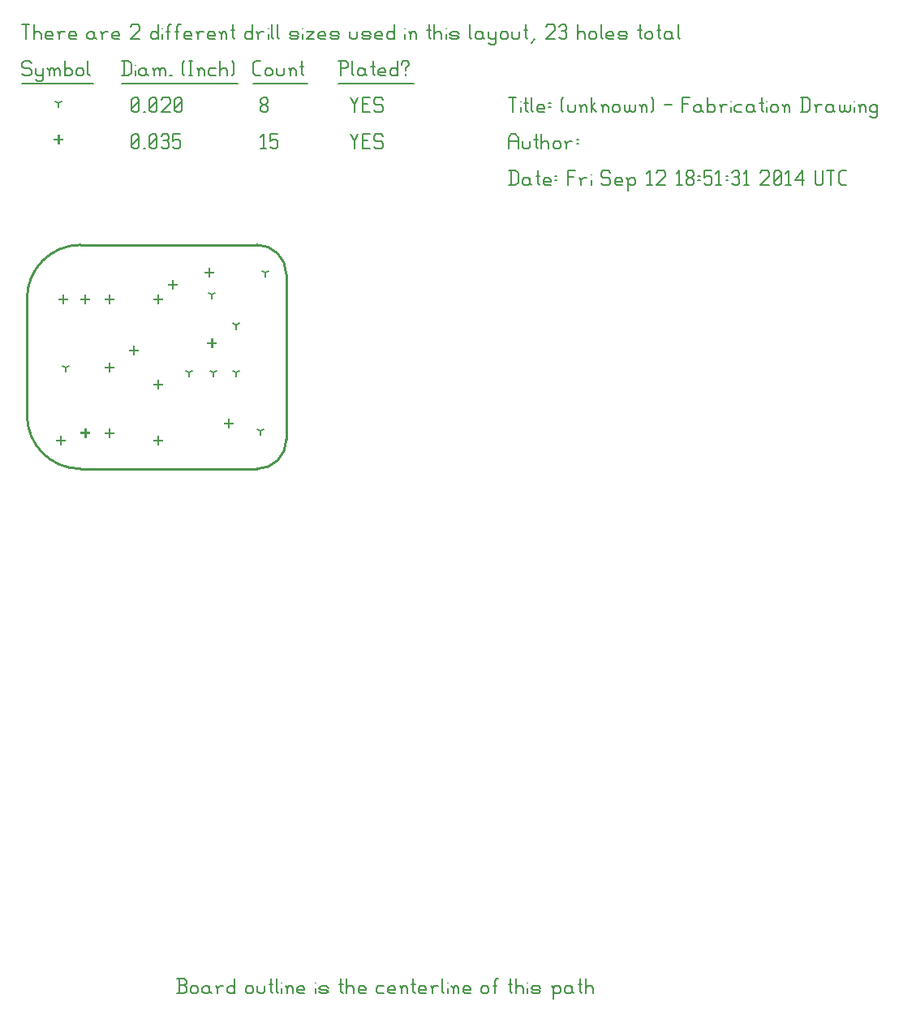
<source format=gbr>
G04 start of page 14 for group -3984 idx -3984 *
G04 Title: (unknown), fab *
G04 Creator: pcb 20110918 *
G04 CreationDate: Fri Sep 12 18:51:31 2014 UTC *
G04 For: fosse *
G04 Format: Gerber/RS-274X *
G04 PCB-Dimensions: 300000 300000 *
G04 PCB-Coordinate-Origin: lower left *
%MOIN*%
%FSLAX25Y25*%
%LNFAB*%
%ADD79C,0.0100*%
%ADD78C,0.0075*%
%ADD77C,0.0060*%
%ADD76R,0.0080X0.0080*%
G54D76*X25902Y277221D02*Y274021D01*
X24302Y275621D02*X27502D01*
X26000Y222319D02*Y219119D01*
X24400Y220719D02*X27600D01*
X16902Y277221D02*Y274021D01*
X15302Y275621D02*X18502D01*
X35902Y277221D02*Y274021D01*
X34302Y275621D02*X37502D01*
X55902Y277221D02*Y274021D01*
X54302Y275621D02*X57502D01*
X55902Y219221D02*Y216021D01*
X54302Y217621D02*X57502D01*
X35902Y222221D02*Y219021D01*
X34302Y220621D02*X37502D01*
X35902Y249221D02*Y246021D01*
X34302Y247621D02*X37502D01*
X45902Y256221D02*Y253021D01*
X44302Y254621D02*X47502D01*
X55902Y242221D02*Y239021D01*
X54302Y240621D02*X57502D01*
X61902Y283221D02*Y280021D01*
X60302Y281621D02*X63502D01*
X15902Y219221D02*Y216021D01*
X14302Y217621D02*X17502D01*
X84902Y226221D02*Y223021D01*
X83302Y224621D02*X86502D01*
X76902Y288221D02*Y285021D01*
X75302Y286621D02*X78502D01*
X78000Y259100D02*Y255900D01*
X76400Y257500D02*X79600D01*
X15000Y342850D02*Y339650D01*
X13400Y341250D02*X16600D01*
G54D77*X135000Y343500D02*X136500Y340500D01*
X138000Y343500D01*
X136500Y340500D02*Y337500D01*
X139800Y340800D02*X142050D01*
X139800Y337500D02*X142800D01*
X139800Y343500D02*Y337500D01*
Y343500D02*X142800D01*
X147600D02*X148350Y342750D01*
X145350Y343500D02*X147600D01*
X144600Y342750D02*X145350Y343500D01*
X144600Y342750D02*Y341250D01*
X145350Y340500D01*
X147600D01*
X148350Y339750D01*
Y338250D01*
X147600Y337500D02*X148350Y338250D01*
X145350Y337500D02*X147600D01*
X144600Y338250D02*X145350Y337500D01*
X98000Y342300D02*X99200Y343500D01*
Y337500D01*
X98000D02*X100250D01*
X102050Y343500D02*X105050D01*
X102050D02*Y340500D01*
X102800Y341250D01*
X104300D01*
X105050Y340500D01*
Y338250D01*
X104300Y337500D02*X105050Y338250D01*
X102800Y337500D02*X104300D01*
X102050Y338250D02*X102800Y337500D01*
X45000Y338250D02*X45750Y337500D01*
X45000Y342750D02*Y338250D01*
Y342750D02*X45750Y343500D01*
X47250D01*
X48000Y342750D01*
Y338250D01*
X47250Y337500D02*X48000Y338250D01*
X45750Y337500D02*X47250D01*
X45000Y339000D02*X48000Y342000D01*
X49800Y337500D02*X50550D01*
X52350Y338250D02*X53100Y337500D01*
X52350Y342750D02*Y338250D01*
Y342750D02*X53100Y343500D01*
X54600D01*
X55350Y342750D01*
Y338250D01*
X54600Y337500D02*X55350Y338250D01*
X53100Y337500D02*X54600D01*
X52350Y339000D02*X55350Y342000D01*
X57150Y342750D02*X57900Y343500D01*
X59400D01*
X60150Y342750D01*
X59400Y337500D02*X60150Y338250D01*
X57900Y337500D02*X59400D01*
X57150Y338250D02*X57900Y337500D01*
Y340800D02*X59400D01*
X60150Y342750D02*Y341550D01*
Y340050D02*Y338250D01*
Y340050D02*X59400Y340800D01*
X60150Y341550D02*X59400Y340800D01*
X61950Y343500D02*X64950D01*
X61950D02*Y340500D01*
X62700Y341250D01*
X64200D01*
X64950Y340500D01*
Y338250D01*
X64200Y337500D02*X64950Y338250D01*
X62700Y337500D02*X64200D01*
X61950Y338250D02*X62700Y337500D01*
X17902Y247621D02*Y246021D01*
Y247621D02*X19289Y248421D01*
X17902Y247621D02*X16515Y248421D01*
X77902Y277621D02*Y276021D01*
Y277621D02*X79289Y278421D01*
X77902Y277621D02*X76515Y278421D01*
X68500Y245500D02*Y243900D01*
Y245500D02*X69887Y246300D01*
X68500Y245500D02*X67113Y246300D01*
X98000Y221500D02*Y219900D01*
Y221500D02*X99387Y222300D01*
X98000Y221500D02*X96613Y222300D01*
X100000Y286500D02*Y284900D01*
Y286500D02*X101387Y287300D01*
X100000Y286500D02*X98613Y287300D01*
X88000Y245500D02*Y243900D01*
Y245500D02*X89387Y246300D01*
X88000Y245500D02*X86613Y246300D01*
X88000Y265000D02*Y263400D01*
Y265000D02*X89387Y265800D01*
X88000Y265000D02*X86613Y265800D01*
X78500Y245500D02*Y243900D01*
Y245500D02*X79887Y246300D01*
X78500Y245500D02*X77113Y246300D01*
X15000Y356250D02*Y354650D01*
Y356250D02*X16387Y357050D01*
X15000Y356250D02*X13613Y357050D01*
X135000Y358500D02*X136500Y355500D01*
X138000Y358500D01*
X136500Y355500D02*Y352500D01*
X139800Y355800D02*X142050D01*
X139800Y352500D02*X142800D01*
X139800Y358500D02*Y352500D01*
Y358500D02*X142800D01*
X147600D02*X148350Y357750D01*
X145350Y358500D02*X147600D01*
X144600Y357750D02*X145350Y358500D01*
X144600Y357750D02*Y356250D01*
X145350Y355500D01*
X147600D01*
X148350Y354750D01*
Y353250D01*
X147600Y352500D02*X148350Y353250D01*
X145350Y352500D02*X147600D01*
X144600Y353250D02*X145350Y352500D01*
X98000Y353250D02*X98750Y352500D01*
X98000Y354450D02*Y353250D01*
Y354450D02*X99050Y355500D01*
X99950D01*
X101000Y354450D01*
Y353250D01*
X100250Y352500D02*X101000Y353250D01*
X98750Y352500D02*X100250D01*
X98000Y356550D02*X99050Y355500D01*
X98000Y357750D02*Y356550D01*
Y357750D02*X98750Y358500D01*
X100250D01*
X101000Y357750D01*
Y356550D01*
X99950Y355500D02*X101000Y356550D01*
X45000Y353250D02*X45750Y352500D01*
X45000Y357750D02*Y353250D01*
Y357750D02*X45750Y358500D01*
X47250D01*
X48000Y357750D01*
Y353250D01*
X47250Y352500D02*X48000Y353250D01*
X45750Y352500D02*X47250D01*
X45000Y354000D02*X48000Y357000D01*
X49800Y352500D02*X50550D01*
X52350Y353250D02*X53100Y352500D01*
X52350Y357750D02*Y353250D01*
Y357750D02*X53100Y358500D01*
X54600D01*
X55350Y357750D01*
Y353250D01*
X54600Y352500D02*X55350Y353250D01*
X53100Y352500D02*X54600D01*
X52350Y354000D02*X55350Y357000D01*
X57150Y357750D02*X57900Y358500D01*
X60150D01*
X60900Y357750D01*
Y356250D01*
X57150Y352500D02*X60900Y356250D01*
X57150Y352500D02*X60900D01*
X62700Y353250D02*X63450Y352500D01*
X62700Y357750D02*Y353250D01*
Y357750D02*X63450Y358500D01*
X64950D01*
X65700Y357750D01*
Y353250D01*
X64950Y352500D02*X65700Y353250D01*
X63450Y352500D02*X64950D01*
X62700Y354000D02*X65700Y357000D01*
X3000Y373500D02*X3750Y372750D01*
X750Y373500D02*X3000D01*
X0Y372750D02*X750Y373500D01*
X0Y372750D02*Y371250D01*
X750Y370500D01*
X3000D01*
X3750Y369750D01*
Y368250D01*
X3000Y367500D02*X3750Y368250D01*
X750Y367500D02*X3000D01*
X0Y368250D02*X750Y367500D01*
X5550Y370500D02*Y368250D01*
X6300Y367500D01*
X8550Y370500D02*Y366000D01*
X7800Y365250D02*X8550Y366000D01*
X6300Y365250D02*X7800D01*
X5550Y366000D02*X6300Y365250D01*
Y367500D02*X7800D01*
X8550Y368250D01*
X11100Y369750D02*Y367500D01*
Y369750D02*X11850Y370500D01*
X12600D01*
X13350Y369750D01*
Y367500D01*
Y369750D02*X14100Y370500D01*
X14850D01*
X15600Y369750D01*
Y367500D01*
X10350Y370500D02*X11100Y369750D01*
X17400Y373500D02*Y367500D01*
Y368250D02*X18150Y367500D01*
X19650D01*
X20400Y368250D01*
Y369750D02*Y368250D01*
X19650Y370500D02*X20400Y369750D01*
X18150Y370500D02*X19650D01*
X17400Y369750D02*X18150Y370500D01*
X22200Y369750D02*Y368250D01*
Y369750D02*X22950Y370500D01*
X24450D01*
X25200Y369750D01*
Y368250D01*
X24450Y367500D02*X25200Y368250D01*
X22950Y367500D02*X24450D01*
X22200Y368250D02*X22950Y367500D01*
X27000Y373500D02*Y368250D01*
X27750Y367500D01*
X0Y364250D02*X29250D01*
X41750Y373500D02*Y367500D01*
X43700Y373500D02*X44750Y372450D01*
Y368550D01*
X43700Y367500D02*X44750Y368550D01*
X41000Y367500D02*X43700D01*
X41000Y373500D02*X43700D01*
G54D78*X46550Y372000D02*Y371850D01*
G54D77*Y369750D02*Y367500D01*
X50300Y370500D02*X51050Y369750D01*
X48800Y370500D02*X50300D01*
X48050Y369750D02*X48800Y370500D01*
X48050Y369750D02*Y368250D01*
X48800Y367500D01*
X51050Y370500D02*Y368250D01*
X51800Y367500D01*
X48800D02*X50300D01*
X51050Y368250D01*
X54350Y369750D02*Y367500D01*
Y369750D02*X55100Y370500D01*
X55850D01*
X56600Y369750D01*
Y367500D01*
Y369750D02*X57350Y370500D01*
X58100D01*
X58850Y369750D01*
Y367500D01*
X53600Y370500D02*X54350Y369750D01*
X60650Y367500D02*X61400D01*
X65900Y368250D02*X66650Y367500D01*
X65900Y372750D02*X66650Y373500D01*
X65900Y372750D02*Y368250D01*
X68450Y373500D02*X69950D01*
X69200D02*Y367500D01*
X68450D02*X69950D01*
X72500Y369750D02*Y367500D01*
Y369750D02*X73250Y370500D01*
X74000D01*
X74750Y369750D01*
Y367500D01*
X71750Y370500D02*X72500Y369750D01*
X77300Y370500D02*X79550D01*
X76550Y369750D02*X77300Y370500D01*
X76550Y369750D02*Y368250D01*
X77300Y367500D01*
X79550D01*
X81350Y373500D02*Y367500D01*
Y369750D02*X82100Y370500D01*
X83600D01*
X84350Y369750D01*
Y367500D01*
X86150Y373500D02*X86900Y372750D01*
Y368250D01*
X86150Y367500D02*X86900Y368250D01*
X41000Y364250D02*X88700D01*
X96050Y367500D02*X98000D01*
X95000Y368550D02*X96050Y367500D01*
X95000Y372450D02*Y368550D01*
Y372450D02*X96050Y373500D01*
X98000D01*
X99800Y369750D02*Y368250D01*
Y369750D02*X100550Y370500D01*
X102050D01*
X102800Y369750D01*
Y368250D01*
X102050Y367500D02*X102800Y368250D01*
X100550Y367500D02*X102050D01*
X99800Y368250D02*X100550Y367500D01*
X104600Y370500D02*Y368250D01*
X105350Y367500D01*
X106850D01*
X107600Y368250D01*
Y370500D02*Y368250D01*
X110150Y369750D02*Y367500D01*
Y369750D02*X110900Y370500D01*
X111650D01*
X112400Y369750D01*
Y367500D01*
X109400Y370500D02*X110150Y369750D01*
X114950Y373500D02*Y368250D01*
X115700Y367500D01*
X114200Y371250D02*X115700D01*
X95000Y364250D02*X117200D01*
X130750Y373500D02*Y367500D01*
X130000Y373500D02*X133000D01*
X133750Y372750D01*
Y371250D01*
X133000Y370500D02*X133750Y371250D01*
X130750Y370500D02*X133000D01*
X135550Y373500D02*Y368250D01*
X136300Y367500D01*
X140050Y370500D02*X140800Y369750D01*
X138550Y370500D02*X140050D01*
X137800Y369750D02*X138550Y370500D01*
X137800Y369750D02*Y368250D01*
X138550Y367500D01*
X140800Y370500D02*Y368250D01*
X141550Y367500D01*
X138550D02*X140050D01*
X140800Y368250D01*
X144100Y373500D02*Y368250D01*
X144850Y367500D01*
X143350Y371250D02*X144850D01*
X147100Y367500D02*X149350D01*
X146350Y368250D02*X147100Y367500D01*
X146350Y369750D02*Y368250D01*
Y369750D02*X147100Y370500D01*
X148600D01*
X149350Y369750D01*
X146350Y369000D02*X149350D01*
Y369750D02*Y369000D01*
X154150Y373500D02*Y367500D01*
X153400D02*X154150Y368250D01*
X151900Y367500D02*X153400D01*
X151150Y368250D02*X151900Y367500D01*
X151150Y369750D02*Y368250D01*
Y369750D02*X151900Y370500D01*
X153400D01*
X154150Y369750D01*
X157450Y370500D02*Y369750D01*
Y368250D02*Y367500D01*
X155950Y372750D02*Y372000D01*
Y372750D02*X156700Y373500D01*
X158200D01*
X158950Y372750D01*
Y372000D01*
X157450Y370500D02*X158950Y372000D01*
X130000Y364250D02*X160750D01*
X0Y388500D02*X3000D01*
X1500D02*Y382500D01*
X4800Y388500D02*Y382500D01*
Y384750D02*X5550Y385500D01*
X7050D01*
X7800Y384750D01*
Y382500D01*
X10350D02*X12600D01*
X9600Y383250D02*X10350Y382500D01*
X9600Y384750D02*Y383250D01*
Y384750D02*X10350Y385500D01*
X11850D01*
X12600Y384750D01*
X9600Y384000D02*X12600D01*
Y384750D02*Y384000D01*
X15150Y384750D02*Y382500D01*
Y384750D02*X15900Y385500D01*
X17400D01*
X14400D02*X15150Y384750D01*
X19950Y382500D02*X22200D01*
X19200Y383250D02*X19950Y382500D01*
X19200Y384750D02*Y383250D01*
Y384750D02*X19950Y385500D01*
X21450D01*
X22200Y384750D01*
X19200Y384000D02*X22200D01*
Y384750D02*Y384000D01*
X28950Y385500D02*X29700Y384750D01*
X27450Y385500D02*X28950D01*
X26700Y384750D02*X27450Y385500D01*
X26700Y384750D02*Y383250D01*
X27450Y382500D01*
X29700Y385500D02*Y383250D01*
X30450Y382500D01*
X27450D02*X28950D01*
X29700Y383250D01*
X33000Y384750D02*Y382500D01*
Y384750D02*X33750Y385500D01*
X35250D01*
X32250D02*X33000Y384750D01*
X37800Y382500D02*X40050D01*
X37050Y383250D02*X37800Y382500D01*
X37050Y384750D02*Y383250D01*
Y384750D02*X37800Y385500D01*
X39300D01*
X40050Y384750D01*
X37050Y384000D02*X40050D01*
Y384750D02*Y384000D01*
X44550Y387750D02*X45300Y388500D01*
X47550D01*
X48300Y387750D01*
Y386250D01*
X44550Y382500D02*X48300Y386250D01*
X44550Y382500D02*X48300D01*
X55800Y388500D02*Y382500D01*
X55050D02*X55800Y383250D01*
X53550Y382500D02*X55050D01*
X52800Y383250D02*X53550Y382500D01*
X52800Y384750D02*Y383250D01*
Y384750D02*X53550Y385500D01*
X55050D01*
X55800Y384750D01*
G54D78*X57600Y387000D02*Y386850D01*
G54D77*Y384750D02*Y382500D01*
X59850Y387750D02*Y382500D01*
Y387750D02*X60600Y388500D01*
X61350D01*
X59100Y385500D02*X60600D01*
X63600Y387750D02*Y382500D01*
Y387750D02*X64350Y388500D01*
X65100D01*
X62850Y385500D02*X64350D01*
X67350Y382500D02*X69600D01*
X66600Y383250D02*X67350Y382500D01*
X66600Y384750D02*Y383250D01*
Y384750D02*X67350Y385500D01*
X68850D01*
X69600Y384750D01*
X66600Y384000D02*X69600D01*
Y384750D02*Y384000D01*
X72150Y384750D02*Y382500D01*
Y384750D02*X72900Y385500D01*
X74400D01*
X71400D02*X72150Y384750D01*
X76950Y382500D02*X79200D01*
X76200Y383250D02*X76950Y382500D01*
X76200Y384750D02*Y383250D01*
Y384750D02*X76950Y385500D01*
X78450D01*
X79200Y384750D01*
X76200Y384000D02*X79200D01*
Y384750D02*Y384000D01*
X81750Y384750D02*Y382500D01*
Y384750D02*X82500Y385500D01*
X83250D01*
X84000Y384750D01*
Y382500D01*
X81000Y385500D02*X81750Y384750D01*
X86550Y388500D02*Y383250D01*
X87300Y382500D01*
X85800Y386250D02*X87300D01*
X94500Y388500D02*Y382500D01*
X93750D02*X94500Y383250D01*
X92250Y382500D02*X93750D01*
X91500Y383250D02*X92250Y382500D01*
X91500Y384750D02*Y383250D01*
Y384750D02*X92250Y385500D01*
X93750D01*
X94500Y384750D01*
X97050D02*Y382500D01*
Y384750D02*X97800Y385500D01*
X99300D01*
X96300D02*X97050Y384750D01*
G54D78*X101100Y387000D02*Y386850D01*
G54D77*Y384750D02*Y382500D01*
X102600Y388500D02*Y383250D01*
X103350Y382500D01*
X104850Y388500D02*Y383250D01*
X105600Y382500D01*
X110550D02*X112800D01*
X113550Y383250D01*
X112800Y384000D02*X113550Y383250D01*
X110550Y384000D02*X112800D01*
X109800Y384750D02*X110550Y384000D01*
X109800Y384750D02*X110550Y385500D01*
X112800D01*
X113550Y384750D01*
X109800Y383250D02*X110550Y382500D01*
G54D78*X115350Y387000D02*Y386850D01*
G54D77*Y384750D02*Y382500D01*
X116850Y385500D02*X119850D01*
X116850Y382500D02*X119850Y385500D01*
X116850Y382500D02*X119850D01*
X122400D02*X124650D01*
X121650Y383250D02*X122400Y382500D01*
X121650Y384750D02*Y383250D01*
Y384750D02*X122400Y385500D01*
X123900D01*
X124650Y384750D01*
X121650Y384000D02*X124650D01*
Y384750D02*Y384000D01*
X127200Y382500D02*X129450D01*
X130200Y383250D01*
X129450Y384000D02*X130200Y383250D01*
X127200Y384000D02*X129450D01*
X126450Y384750D02*X127200Y384000D01*
X126450Y384750D02*X127200Y385500D01*
X129450D01*
X130200Y384750D01*
X126450Y383250D02*X127200Y382500D01*
X134700Y385500D02*Y383250D01*
X135450Y382500D01*
X136950D01*
X137700Y383250D01*
Y385500D02*Y383250D01*
X140250Y382500D02*X142500D01*
X143250Y383250D01*
X142500Y384000D02*X143250Y383250D01*
X140250Y384000D02*X142500D01*
X139500Y384750D02*X140250Y384000D01*
X139500Y384750D02*X140250Y385500D01*
X142500D01*
X143250Y384750D01*
X139500Y383250D02*X140250Y382500D01*
X145800D02*X148050D01*
X145050Y383250D02*X145800Y382500D01*
X145050Y384750D02*Y383250D01*
Y384750D02*X145800Y385500D01*
X147300D01*
X148050Y384750D01*
X145050Y384000D02*X148050D01*
Y384750D02*Y384000D01*
X152850Y388500D02*Y382500D01*
X152100D02*X152850Y383250D01*
X150600Y382500D02*X152100D01*
X149850Y383250D02*X150600Y382500D01*
X149850Y384750D02*Y383250D01*
Y384750D02*X150600Y385500D01*
X152100D01*
X152850Y384750D01*
G54D78*X157350Y387000D02*Y386850D01*
G54D77*Y384750D02*Y382500D01*
X159600Y384750D02*Y382500D01*
Y384750D02*X160350Y385500D01*
X161100D01*
X161850Y384750D01*
Y382500D01*
X158850Y385500D02*X159600Y384750D01*
X167100Y388500D02*Y383250D01*
X167850Y382500D01*
X166350Y386250D02*X167850D01*
X169350Y388500D02*Y382500D01*
Y384750D02*X170100Y385500D01*
X171600D01*
X172350Y384750D01*
Y382500D01*
G54D78*X174150Y387000D02*Y386850D01*
G54D77*Y384750D02*Y382500D01*
X176400D02*X178650D01*
X179400Y383250D01*
X178650Y384000D02*X179400Y383250D01*
X176400Y384000D02*X178650D01*
X175650Y384750D02*X176400Y384000D01*
X175650Y384750D02*X176400Y385500D01*
X178650D01*
X179400Y384750D01*
X175650Y383250D02*X176400Y382500D01*
X183900Y388500D02*Y383250D01*
X184650Y382500D01*
X188400Y385500D02*X189150Y384750D01*
X186900Y385500D02*X188400D01*
X186150Y384750D02*X186900Y385500D01*
X186150Y384750D02*Y383250D01*
X186900Y382500D01*
X189150Y385500D02*Y383250D01*
X189900Y382500D01*
X186900D02*X188400D01*
X189150Y383250D01*
X191700Y385500D02*Y383250D01*
X192450Y382500D01*
X194700Y385500D02*Y381000D01*
X193950Y380250D02*X194700Y381000D01*
X192450Y380250D02*X193950D01*
X191700Y381000D02*X192450Y380250D01*
Y382500D02*X193950D01*
X194700Y383250D01*
X196500Y384750D02*Y383250D01*
Y384750D02*X197250Y385500D01*
X198750D01*
X199500Y384750D01*
Y383250D01*
X198750Y382500D02*X199500Y383250D01*
X197250Y382500D02*X198750D01*
X196500Y383250D02*X197250Y382500D01*
X201300Y385500D02*Y383250D01*
X202050Y382500D01*
X203550D01*
X204300Y383250D01*
Y385500D02*Y383250D01*
X206850Y388500D02*Y383250D01*
X207600Y382500D01*
X206100Y386250D02*X207600D01*
X209100Y381000D02*X210600Y382500D01*
X215100Y387750D02*X215850Y388500D01*
X218100D01*
X218850Y387750D01*
Y386250D01*
X215100Y382500D02*X218850Y386250D01*
X215100Y382500D02*X218850D01*
X220650Y387750D02*X221400Y388500D01*
X222900D01*
X223650Y387750D01*
X222900Y382500D02*X223650Y383250D01*
X221400Y382500D02*X222900D01*
X220650Y383250D02*X221400Y382500D01*
Y385800D02*X222900D01*
X223650Y387750D02*Y386550D01*
Y385050D02*Y383250D01*
Y385050D02*X222900Y385800D01*
X223650Y386550D02*X222900Y385800D01*
X228150Y388500D02*Y382500D01*
Y384750D02*X228900Y385500D01*
X230400D01*
X231150Y384750D01*
Y382500D01*
X232950Y384750D02*Y383250D01*
Y384750D02*X233700Y385500D01*
X235200D01*
X235950Y384750D01*
Y383250D01*
X235200Y382500D02*X235950Y383250D01*
X233700Y382500D02*X235200D01*
X232950Y383250D02*X233700Y382500D01*
X237750Y388500D02*Y383250D01*
X238500Y382500D01*
X240750D02*X243000D01*
X240000Y383250D02*X240750Y382500D01*
X240000Y384750D02*Y383250D01*
Y384750D02*X240750Y385500D01*
X242250D01*
X243000Y384750D01*
X240000Y384000D02*X243000D01*
Y384750D02*Y384000D01*
X245550Y382500D02*X247800D01*
X248550Y383250D01*
X247800Y384000D02*X248550Y383250D01*
X245550Y384000D02*X247800D01*
X244800Y384750D02*X245550Y384000D01*
X244800Y384750D02*X245550Y385500D01*
X247800D01*
X248550Y384750D01*
X244800Y383250D02*X245550Y382500D01*
X253800Y388500D02*Y383250D01*
X254550Y382500D01*
X253050Y386250D02*X254550D01*
X256050Y384750D02*Y383250D01*
Y384750D02*X256800Y385500D01*
X258300D01*
X259050Y384750D01*
Y383250D01*
X258300Y382500D02*X259050Y383250D01*
X256800Y382500D02*X258300D01*
X256050Y383250D02*X256800Y382500D01*
X261600Y388500D02*Y383250D01*
X262350Y382500D01*
X260850Y386250D02*X262350D01*
X266100Y385500D02*X266850Y384750D01*
X264600Y385500D02*X266100D01*
X263850Y384750D02*X264600Y385500D01*
X263850Y384750D02*Y383250D01*
X264600Y382500D01*
X266850Y385500D02*Y383250D01*
X267600Y382500D01*
X264600D02*X266100D01*
X266850Y383250D01*
X269400Y388500D02*Y383250D01*
X270150Y382500D01*
G54D79*X2000Y276000D02*Y228000D01*
X24000Y298000D02*X96500D01*
X24000Y206000D02*X96500D01*
X108500Y286000D02*Y218000D01*
X24000Y298000D02*G75*G03X2000Y276000I0J-22000D01*G01*
Y228000D02*G75*G03X24000Y206000I22000J0D01*G01*
X96500Y298000D02*G75*G02X108500Y286000I0J-12000D01*G01*
Y218000D02*G75*G02X96500Y206000I-12000J0D01*G01*
G54D77*X63675Y-9500D02*X66675D01*
X67425Y-8750D01*
Y-6950D02*Y-8750D01*
X66675Y-6200D02*X67425Y-6950D01*
X64425Y-6200D02*X66675D01*
X64425Y-3500D02*Y-9500D01*
X63675Y-3500D02*X66675D01*
X67425Y-4250D01*
Y-5450D01*
X66675Y-6200D02*X67425Y-5450D01*
X69225Y-7250D02*Y-8750D01*
Y-7250D02*X69975Y-6500D01*
X71475D01*
X72225Y-7250D01*
Y-8750D01*
X71475Y-9500D02*X72225Y-8750D01*
X69975Y-9500D02*X71475D01*
X69225Y-8750D02*X69975Y-9500D01*
X76275Y-6500D02*X77025Y-7250D01*
X74775Y-6500D02*X76275D01*
X74025Y-7250D02*X74775Y-6500D01*
X74025Y-7250D02*Y-8750D01*
X74775Y-9500D01*
X77025Y-6500D02*Y-8750D01*
X77775Y-9500D01*
X74775D02*X76275D01*
X77025Y-8750D01*
X80325Y-7250D02*Y-9500D01*
Y-7250D02*X81075Y-6500D01*
X82575D01*
X79575D02*X80325Y-7250D01*
X87375Y-3500D02*Y-9500D01*
X86625D02*X87375Y-8750D01*
X85125Y-9500D02*X86625D01*
X84375Y-8750D02*X85125Y-9500D01*
X84375Y-7250D02*Y-8750D01*
Y-7250D02*X85125Y-6500D01*
X86625D01*
X87375Y-7250D01*
X91875D02*Y-8750D01*
Y-7250D02*X92625Y-6500D01*
X94125D01*
X94875Y-7250D01*
Y-8750D01*
X94125Y-9500D02*X94875Y-8750D01*
X92625Y-9500D02*X94125D01*
X91875Y-8750D02*X92625Y-9500D01*
X96675Y-6500D02*Y-8750D01*
X97425Y-9500D01*
X98925D01*
X99675Y-8750D01*
Y-6500D02*Y-8750D01*
X102225Y-3500D02*Y-8750D01*
X102975Y-9500D01*
X101475Y-5750D02*X102975D01*
X104475Y-3500D02*Y-8750D01*
X105225Y-9500D01*
G54D78*X106725Y-5000D02*Y-5150D01*
G54D77*Y-7250D02*Y-9500D01*
X108975Y-7250D02*Y-9500D01*
Y-7250D02*X109725Y-6500D01*
X110475D01*
X111225Y-7250D01*
Y-9500D01*
X108225Y-6500D02*X108975Y-7250D01*
X113775Y-9500D02*X116025D01*
X113025Y-8750D02*X113775Y-9500D01*
X113025Y-7250D02*Y-8750D01*
Y-7250D02*X113775Y-6500D01*
X115275D01*
X116025Y-7250D01*
X113025Y-8000D02*X116025D01*
Y-7250D02*Y-8000D01*
G54D78*X120525Y-5000D02*Y-5150D01*
G54D77*Y-7250D02*Y-9500D01*
X122775D02*X125025D01*
X125775Y-8750D01*
X125025Y-8000D02*X125775Y-8750D01*
X122775Y-8000D02*X125025D01*
X122025Y-7250D02*X122775Y-8000D01*
X122025Y-7250D02*X122775Y-6500D01*
X125025D01*
X125775Y-7250D01*
X122025Y-8750D02*X122775Y-9500D01*
X131025Y-3500D02*Y-8750D01*
X131775Y-9500D01*
X130275Y-5750D02*X131775D01*
X133275Y-3500D02*Y-9500D01*
Y-7250D02*X134025Y-6500D01*
X135525D01*
X136275Y-7250D01*
Y-9500D01*
X138825D02*X141075D01*
X138075Y-8750D02*X138825Y-9500D01*
X138075Y-7250D02*Y-8750D01*
Y-7250D02*X138825Y-6500D01*
X140325D01*
X141075Y-7250D01*
X138075Y-8000D02*X141075D01*
Y-7250D02*Y-8000D01*
X146325Y-6500D02*X148575D01*
X145575Y-7250D02*X146325Y-6500D01*
X145575Y-7250D02*Y-8750D01*
X146325Y-9500D01*
X148575D01*
X151125D02*X153375D01*
X150375Y-8750D02*X151125Y-9500D01*
X150375Y-7250D02*Y-8750D01*
Y-7250D02*X151125Y-6500D01*
X152625D01*
X153375Y-7250D01*
X150375Y-8000D02*X153375D01*
Y-7250D02*Y-8000D01*
X155925Y-7250D02*Y-9500D01*
Y-7250D02*X156675Y-6500D01*
X157425D01*
X158175Y-7250D01*
Y-9500D01*
X155175Y-6500D02*X155925Y-7250D01*
X160725Y-3500D02*Y-8750D01*
X161475Y-9500D01*
X159975Y-5750D02*X161475D01*
X163725Y-9500D02*X165975D01*
X162975Y-8750D02*X163725Y-9500D01*
X162975Y-7250D02*Y-8750D01*
Y-7250D02*X163725Y-6500D01*
X165225D01*
X165975Y-7250D01*
X162975Y-8000D02*X165975D01*
Y-7250D02*Y-8000D01*
X168525Y-7250D02*Y-9500D01*
Y-7250D02*X169275Y-6500D01*
X170775D01*
X167775D02*X168525Y-7250D01*
X172575Y-3500D02*Y-8750D01*
X173325Y-9500D01*
G54D78*X174825Y-5000D02*Y-5150D01*
G54D77*Y-7250D02*Y-9500D01*
X177075Y-7250D02*Y-9500D01*
Y-7250D02*X177825Y-6500D01*
X178575D01*
X179325Y-7250D01*
Y-9500D01*
X176325Y-6500D02*X177075Y-7250D01*
X181875Y-9500D02*X184125D01*
X181125Y-8750D02*X181875Y-9500D01*
X181125Y-7250D02*Y-8750D01*
Y-7250D02*X181875Y-6500D01*
X183375D01*
X184125Y-7250D01*
X181125Y-8000D02*X184125D01*
Y-7250D02*Y-8000D01*
X188625Y-7250D02*Y-8750D01*
Y-7250D02*X189375Y-6500D01*
X190875D01*
X191625Y-7250D01*
Y-8750D01*
X190875Y-9500D02*X191625Y-8750D01*
X189375Y-9500D02*X190875D01*
X188625Y-8750D02*X189375Y-9500D01*
X194175Y-4250D02*Y-9500D01*
Y-4250D02*X194925Y-3500D01*
X195675D01*
X193425Y-6500D02*X194925D01*
X200625Y-3500D02*Y-8750D01*
X201375Y-9500D01*
X199875Y-5750D02*X201375D01*
X202875Y-3500D02*Y-9500D01*
Y-7250D02*X203625Y-6500D01*
X205125D01*
X205875Y-7250D01*
Y-9500D01*
G54D78*X207675Y-5000D02*Y-5150D01*
G54D77*Y-7250D02*Y-9500D01*
X209925D02*X212175D01*
X212925Y-8750D01*
X212175Y-8000D02*X212925Y-8750D01*
X209925Y-8000D02*X212175D01*
X209175Y-7250D02*X209925Y-8000D01*
X209175Y-7250D02*X209925Y-6500D01*
X212175D01*
X212925Y-7250D01*
X209175Y-8750D02*X209925Y-9500D01*
X218175Y-7250D02*Y-11750D01*
X217425Y-6500D02*X218175Y-7250D01*
X218925Y-6500D01*
X220425D01*
X221175Y-7250D01*
Y-8750D01*
X220425Y-9500D02*X221175Y-8750D01*
X218925Y-9500D02*X220425D01*
X218175Y-8750D02*X218925Y-9500D01*
X225225Y-6500D02*X225975Y-7250D01*
X223725Y-6500D02*X225225D01*
X222975Y-7250D02*X223725Y-6500D01*
X222975Y-7250D02*Y-8750D01*
X223725Y-9500D01*
X225975Y-6500D02*Y-8750D01*
X226725Y-9500D01*
X223725D02*X225225D01*
X225975Y-8750D01*
X229275Y-3500D02*Y-8750D01*
X230025Y-9500D01*
X228525Y-5750D02*X230025D01*
X231525Y-3500D02*Y-9500D01*
Y-7250D02*X232275Y-6500D01*
X233775D01*
X234525Y-7250D01*
Y-9500D01*
X200750Y328500D02*Y322500D01*
X202700Y328500D02*X203750Y327450D01*
Y323550D01*
X202700Y322500D02*X203750Y323550D01*
X200000Y322500D02*X202700D01*
X200000Y328500D02*X202700D01*
X207800Y325500D02*X208550Y324750D01*
X206300Y325500D02*X207800D01*
X205550Y324750D02*X206300Y325500D01*
X205550Y324750D02*Y323250D01*
X206300Y322500D01*
X208550Y325500D02*Y323250D01*
X209300Y322500D01*
X206300D02*X207800D01*
X208550Y323250D01*
X211850Y328500D02*Y323250D01*
X212600Y322500D01*
X211100Y326250D02*X212600D01*
X214850Y322500D02*X217100D01*
X214100Y323250D02*X214850Y322500D01*
X214100Y324750D02*Y323250D01*
Y324750D02*X214850Y325500D01*
X216350D01*
X217100Y324750D01*
X214100Y324000D02*X217100D01*
Y324750D02*Y324000D01*
X218900Y326250D02*X219650D01*
X218900Y324750D02*X219650D01*
X224150Y328500D02*Y322500D01*
Y328500D02*X227150D01*
X224150Y325800D02*X226400D01*
X229700Y324750D02*Y322500D01*
Y324750D02*X230450Y325500D01*
X231950D01*
X228950D02*X229700Y324750D01*
G54D78*X233750Y327000D02*Y326850D01*
G54D77*Y324750D02*Y322500D01*
X240950Y328500D02*X241700Y327750D01*
X238700Y328500D02*X240950D01*
X237950Y327750D02*X238700Y328500D01*
X237950Y327750D02*Y326250D01*
X238700Y325500D01*
X240950D01*
X241700Y324750D01*
Y323250D01*
X240950Y322500D02*X241700Y323250D01*
X238700Y322500D02*X240950D01*
X237950Y323250D02*X238700Y322500D01*
X244250D02*X246500D01*
X243500Y323250D02*X244250Y322500D01*
X243500Y324750D02*Y323250D01*
Y324750D02*X244250Y325500D01*
X245750D01*
X246500Y324750D01*
X243500Y324000D02*X246500D01*
Y324750D02*Y324000D01*
X249050Y324750D02*Y320250D01*
X248300Y325500D02*X249050Y324750D01*
X249800Y325500D01*
X251300D01*
X252050Y324750D01*
Y323250D01*
X251300Y322500D02*X252050Y323250D01*
X249800Y322500D02*X251300D01*
X249050Y323250D02*X249800Y322500D01*
X256550Y327300D02*X257750Y328500D01*
Y322500D01*
X256550D02*X258800D01*
X260600Y327750D02*X261350Y328500D01*
X263600D01*
X264350Y327750D01*
Y326250D01*
X260600Y322500D02*X264350Y326250D01*
X260600Y322500D02*X264350D01*
X268850Y327300D02*X270050Y328500D01*
Y322500D01*
X268850D02*X271100D01*
X272900Y323250D02*X273650Y322500D01*
X272900Y324450D02*Y323250D01*
Y324450D02*X273950Y325500D01*
X274850D01*
X275900Y324450D01*
Y323250D01*
X275150Y322500D02*X275900Y323250D01*
X273650Y322500D02*X275150D01*
X272900Y326550D02*X273950Y325500D01*
X272900Y327750D02*Y326550D01*
Y327750D02*X273650Y328500D01*
X275150D01*
X275900Y327750D01*
Y326550D01*
X274850Y325500D02*X275900Y326550D01*
X277700Y326250D02*X278450D01*
X277700Y324750D02*X278450D01*
X280250Y328500D02*X283250D01*
X280250D02*Y325500D01*
X281000Y326250D01*
X282500D01*
X283250Y325500D01*
Y323250D01*
X282500Y322500D02*X283250Y323250D01*
X281000Y322500D02*X282500D01*
X280250Y323250D02*X281000Y322500D01*
X285050Y327300D02*X286250Y328500D01*
Y322500D01*
X285050D02*X287300D01*
X289100Y326250D02*X289850D01*
X289100Y324750D02*X289850D01*
X291650Y327750D02*X292400Y328500D01*
X293900D01*
X294650Y327750D01*
X293900Y322500D02*X294650Y323250D01*
X292400Y322500D02*X293900D01*
X291650Y323250D02*X292400Y322500D01*
Y325800D02*X293900D01*
X294650Y327750D02*Y326550D01*
Y325050D02*Y323250D01*
Y325050D02*X293900Y325800D01*
X294650Y326550D02*X293900Y325800D01*
X296450Y327300D02*X297650Y328500D01*
Y322500D01*
X296450D02*X298700D01*
X303200Y327750D02*X303950Y328500D01*
X306200D01*
X306950Y327750D01*
Y326250D01*
X303200Y322500D02*X306950Y326250D01*
X303200Y322500D02*X306950D01*
X308750Y323250D02*X309500Y322500D01*
X308750Y327750D02*Y323250D01*
Y327750D02*X309500Y328500D01*
X311000D01*
X311750Y327750D01*
Y323250D01*
X311000Y322500D02*X311750Y323250D01*
X309500Y322500D02*X311000D01*
X308750Y324000D02*X311750Y327000D01*
X313550Y327300D02*X314750Y328500D01*
Y322500D01*
X313550D02*X315800D01*
X317600Y324750D02*X320600Y328500D01*
X317600Y324750D02*X321350D01*
X320600Y328500D02*Y322500D01*
X325850Y328500D02*Y323250D01*
X326600Y322500D01*
X328100D01*
X328850Y323250D01*
Y328500D02*Y323250D01*
X330650Y328500D02*X333650D01*
X332150D02*Y322500D01*
X336500D02*X338450D01*
X335450Y323550D02*X336500Y322500D01*
X335450Y327450D02*Y323550D01*
Y327450D02*X336500Y328500D01*
X338450D01*
X200000Y342000D02*Y337500D01*
Y342000D02*X201050Y343500D01*
X202700D01*
X203750Y342000D01*
Y337500D01*
X200000Y340500D02*X203750D01*
X205550D02*Y338250D01*
X206300Y337500D01*
X207800D01*
X208550Y338250D01*
Y340500D02*Y338250D01*
X211100Y343500D02*Y338250D01*
X211850Y337500D01*
X210350Y341250D02*X211850D01*
X213350Y343500D02*Y337500D01*
Y339750D02*X214100Y340500D01*
X215600D01*
X216350Y339750D01*
Y337500D01*
X218150Y339750D02*Y338250D01*
Y339750D02*X218900Y340500D01*
X220400D01*
X221150Y339750D01*
Y338250D01*
X220400Y337500D02*X221150Y338250D01*
X218900Y337500D02*X220400D01*
X218150Y338250D02*X218900Y337500D01*
X223700Y339750D02*Y337500D01*
Y339750D02*X224450Y340500D01*
X225950D01*
X222950D02*X223700Y339750D01*
X227750Y341250D02*X228500D01*
X227750Y339750D02*X228500D01*
X200000Y358500D02*X203000D01*
X201500D02*Y352500D01*
G54D78*X204800Y357000D02*Y356850D01*
G54D77*Y354750D02*Y352500D01*
X207050Y358500D02*Y353250D01*
X207800Y352500D01*
X206300Y356250D02*X207800D01*
X209300Y358500D02*Y353250D01*
X210050Y352500D01*
X212300D02*X214550D01*
X211550Y353250D02*X212300Y352500D01*
X211550Y354750D02*Y353250D01*
Y354750D02*X212300Y355500D01*
X213800D01*
X214550Y354750D01*
X211550Y354000D02*X214550D01*
Y354750D02*Y354000D01*
X216350Y356250D02*X217100D01*
X216350Y354750D02*X217100D01*
X221600Y353250D02*X222350Y352500D01*
X221600Y357750D02*X222350Y358500D01*
X221600Y357750D02*Y353250D01*
X224150Y355500D02*Y353250D01*
X224900Y352500D01*
X226400D01*
X227150Y353250D01*
Y355500D02*Y353250D01*
X229700Y354750D02*Y352500D01*
Y354750D02*X230450Y355500D01*
X231200D01*
X231950Y354750D01*
Y352500D01*
X228950Y355500D02*X229700Y354750D01*
X233750Y358500D02*Y352500D01*
Y354750D02*X236000Y352500D01*
X233750Y354750D02*X235250Y356250D01*
X238550Y354750D02*Y352500D01*
Y354750D02*X239300Y355500D01*
X240050D01*
X240800Y354750D01*
Y352500D01*
X237800Y355500D02*X238550Y354750D01*
X242600D02*Y353250D01*
Y354750D02*X243350Y355500D01*
X244850D01*
X245600Y354750D01*
Y353250D01*
X244850Y352500D02*X245600Y353250D01*
X243350Y352500D02*X244850D01*
X242600Y353250D02*X243350Y352500D01*
X247400Y355500D02*Y353250D01*
X248150Y352500D01*
X248900D01*
X249650Y353250D01*
Y355500D02*Y353250D01*
X250400Y352500D01*
X251150D01*
X251900Y353250D01*
Y355500D02*Y353250D01*
X254450Y354750D02*Y352500D01*
Y354750D02*X255200Y355500D01*
X255950D01*
X256700Y354750D01*
Y352500D01*
X253700Y355500D02*X254450Y354750D01*
X258500Y358500D02*X259250Y357750D01*
Y353250D01*
X258500Y352500D02*X259250Y353250D01*
X263750Y355500D02*X266750D01*
X271250Y358500D02*Y352500D01*
Y358500D02*X274250D01*
X271250Y355800D02*X273500D01*
X278300Y355500D02*X279050Y354750D01*
X276800Y355500D02*X278300D01*
X276050Y354750D02*X276800Y355500D01*
X276050Y354750D02*Y353250D01*
X276800Y352500D01*
X279050Y355500D02*Y353250D01*
X279800Y352500D01*
X276800D02*X278300D01*
X279050Y353250D01*
X281600Y358500D02*Y352500D01*
Y353250D02*X282350Y352500D01*
X283850D01*
X284600Y353250D01*
Y354750D02*Y353250D01*
X283850Y355500D02*X284600Y354750D01*
X282350Y355500D02*X283850D01*
X281600Y354750D02*X282350Y355500D01*
X287150Y354750D02*Y352500D01*
Y354750D02*X287900Y355500D01*
X289400D01*
X286400D02*X287150Y354750D01*
G54D78*X291200Y357000D02*Y356850D01*
G54D77*Y354750D02*Y352500D01*
X293450Y355500D02*X295700D01*
X292700Y354750D02*X293450Y355500D01*
X292700Y354750D02*Y353250D01*
X293450Y352500D01*
X295700D01*
X299750Y355500D02*X300500Y354750D01*
X298250Y355500D02*X299750D01*
X297500Y354750D02*X298250Y355500D01*
X297500Y354750D02*Y353250D01*
X298250Y352500D01*
X300500Y355500D02*Y353250D01*
X301250Y352500D01*
X298250D02*X299750D01*
X300500Y353250D01*
X303800Y358500D02*Y353250D01*
X304550Y352500D01*
X303050Y356250D02*X304550D01*
G54D78*X306050Y357000D02*Y356850D01*
G54D77*Y354750D02*Y352500D01*
X307550Y354750D02*Y353250D01*
Y354750D02*X308300Y355500D01*
X309800D01*
X310550Y354750D01*
Y353250D01*
X309800Y352500D02*X310550Y353250D01*
X308300Y352500D02*X309800D01*
X307550Y353250D02*X308300Y352500D01*
X313100Y354750D02*Y352500D01*
Y354750D02*X313850Y355500D01*
X314600D01*
X315350Y354750D01*
Y352500D01*
X312350Y355500D02*X313100Y354750D01*
X320600Y358500D02*Y352500D01*
X322550Y358500D02*X323600Y357450D01*
Y353550D01*
X322550Y352500D02*X323600Y353550D01*
X319850Y352500D02*X322550D01*
X319850Y358500D02*X322550D01*
X326150Y354750D02*Y352500D01*
Y354750D02*X326900Y355500D01*
X328400D01*
X325400D02*X326150Y354750D01*
X332450Y355500D02*X333200Y354750D01*
X330950Y355500D02*X332450D01*
X330200Y354750D02*X330950Y355500D01*
X330200Y354750D02*Y353250D01*
X330950Y352500D01*
X333200Y355500D02*Y353250D01*
X333950Y352500D01*
X330950D02*X332450D01*
X333200Y353250D01*
X335750Y355500D02*Y353250D01*
X336500Y352500D01*
X337250D01*
X338000Y353250D01*
Y355500D02*Y353250D01*
X338750Y352500D01*
X339500D01*
X340250Y353250D01*
Y355500D02*Y353250D01*
G54D78*X342050Y357000D02*Y356850D01*
G54D77*Y354750D02*Y352500D01*
X344300Y354750D02*Y352500D01*
Y354750D02*X345050Y355500D01*
X345800D01*
X346550Y354750D01*
Y352500D01*
X343550Y355500D02*X344300Y354750D01*
X350600Y355500D02*X351350Y354750D01*
X349100Y355500D02*X350600D01*
X348350Y354750D02*X349100Y355500D01*
X348350Y354750D02*Y353250D01*
X349100Y352500D01*
X350600D01*
X351350Y353250D01*
X348350Y351000D02*X349100Y350250D01*
X350600D01*
X351350Y351000D01*
Y355500D02*Y351000D01*
M02*

</source>
